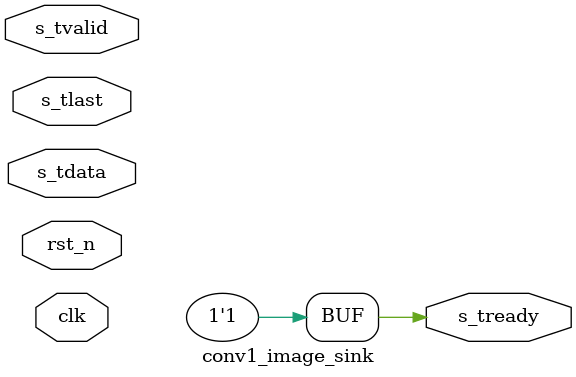
<source format=v>
`timescale 1ns/1ps

module conv1_image_sink (
    input  wire        clk,
    input  wire        rst_n,

    input  wire        s_tvalid,
    input  wire [23:0] s_tdata,
    input  wire        s_tlast,
    output wire        s_tready
);

    assign s_tready = 1'b1;

    integer pix;

    always @(posedge clk or negedge rst_n) begin
        if (!rst_n) begin
            pix <= 0;
        end else if (s_tvalid && s_tready) begin
            $display(
                "PIX %0d | R=%0d G=%0d B=%0d TLAST=%0d",
                pix,
                s_tdata[23:16],
                s_tdata[15:8],
                s_tdata[7:0],
                s_tlast
            );
            pix <= pix + 1;
            if (s_tlast)
                pix <= 0;
        end
    end

endmodule

</source>
